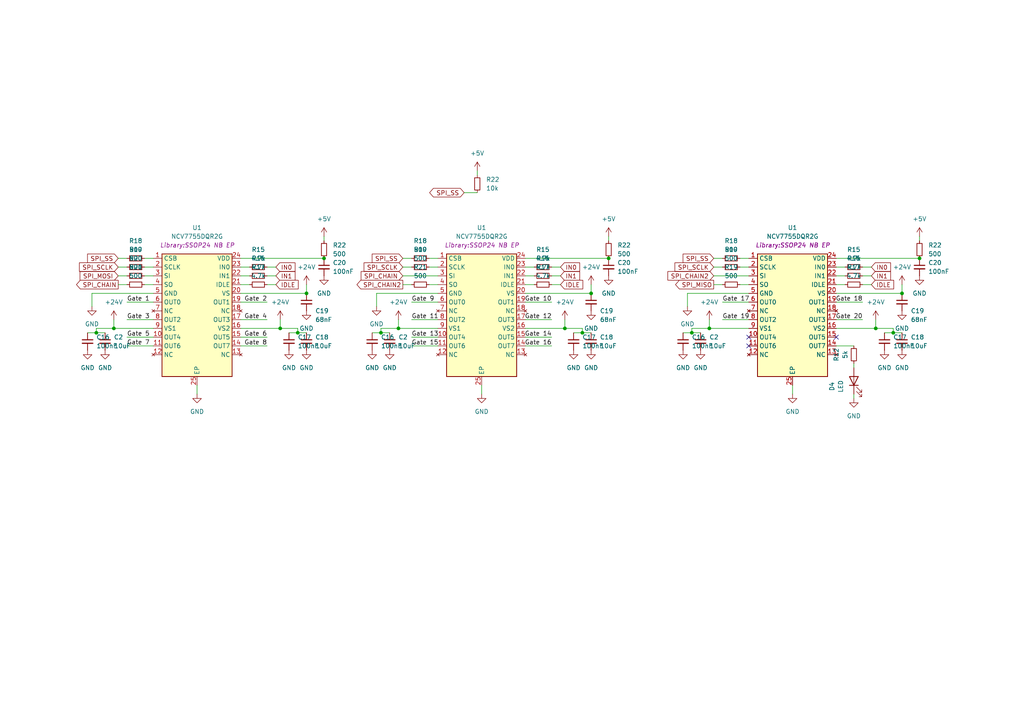
<source format=kicad_sch>
(kicad_sch (version 20230121) (generator eeschema)
  (paper "A4")
  (lib_symbols
    (symbol "Device:C_Small" (pin_numbers hide) (pin_names (offset 0.254) hide)
      (property "Reference" "C" (at 0.254 1.778 0))
      (property "Value" "C_Small" (at 0.254 -2.032 0))
      (symbol "C_Small_0_1"
        (polyline (pts (xy -1.524 -0.508) (xy 1.524 -0.508)) (stroke (width 0.3302)))
        (polyline (pts (xy -1.524 0.508) (xy 1.524 0.508)) (stroke (width 0.3048)))
      )
      (symbol "C_Small_1_1"
        (pin passive line (at 0 2.54 270) (length 2.032) (name "~") (number "1"))
        (pin passive line (at 0 -2.54 90) (length 2.032) (name "~") (number "2"))
      )
    )
    (symbol "Device:LED" (pin_numbers hide) (pin_names (offset 1.016) hide)
      (property "Reference" "D" (at 0 2.54 0))
      (property "Value" "LED" (at 0 -2.54 0))
      (symbol "LED_0_1"
        (polyline (pts (xy -1.27 -1.27) (xy -1.27 1.27)) (stroke (width 0.254)))
        (polyline (pts (xy -1.27 0) (xy 1.27 0)))
        (polyline (pts (xy 1.27 -1.27) (xy 1.27 1.27) (xy -1.27 0) (xy 1.27 -1.27)) (stroke (width 0.254)))
        (polyline (pts (xy -3.048 -0.762) (xy -4.572 -2.286) (xy -3.81 -2.286) (xy -4.572 -2.286) (xy -4.572 -1.524)))
        (polyline (pts (xy -1.778 -0.762) (xy -3.302 -2.286) (xy -2.54 -2.286) (xy -3.302 -2.286) (xy -3.302 -1.524)))
      )
      (symbol "LED_1_1"
        (pin passive line (at -3.81 0 0) (length 2.54) (name "K") (number "1"))
        (pin passive line (at 3.81 0 180) (length 2.54) (name "A") (number "2"))
      )
    )
    (symbol "Device:R_Small" (pin_numbers hide) (pin_names (offset 0.254) hide)
      (property "Reference" "R" (at 0.762 0.508 0))
      (property "Value" "R_Small" (at 0.762 -1.016 0))
      (symbol "R_Small_0_1"
        (rectangle (start -0.762 1.778) (end 0.762 -1.778) (stroke (width 0.2032)))
      )
      (symbol "R_Small_1_1"
        (pin passive line (at 0 2.54 270) (length 0.762) (name "~") (number "1"))
        (pin passive line (at 0 -2.54 90) (length 0.762) (name "~") (number "2"))
      )
    )
    (symbol "NCV7755:NCV7755DQR2G"
      (property "Reference" "U" (at 5.08 21.59 0))
      (property "Value" "NCV7755DQR2G" (at 5.08 19.05 0))
      (property "Footprint" "Library:SSOP24 NB EP" (at -1.27 3.81 0))
      (symbol "NCV7755DQR2G_0_1"
        (rectangle (start -10.16 16.51) (end 10.16 -19.05) (stroke (width 0.254)) (fill (type background)))
      )
      (symbol "NCV7755DQR2G_1_1"
        (pin input line (at -12.7 15.24 0) (length 2.54) (name "CSB") (number "1"))
        (pin output line (at -12.7 -7.62 0) (length 2.54) (name "OUT4") (number "10"))
        (pin output line (at -12.7 -10.16 0) (length 2.54) (name "OUT6") (number "11"))
        (pin no_connect line (at -12.7 -12.7 0) (length 2.54) (name "NC") (number "12"))
        (pin no_connect line (at 12.7 -12.7 180) (length 2.54) (name "NC") (number "13"))
        (pin output line (at 12.7 -10.16 180) (length 2.54) (name "OUT7") (number "14"))
        (pin output line (at 12.7 -7.62 180) (length 2.54) (name "OUT5") (number "15"))
        (pin power_in line (at 12.7 -5.08 180) (length 2.54) (name "VS2") (number "16"))
        (pin output line (at 12.7 -2.54 180) (length 2.54) (name "OUT3") (number "17"))
        (pin no_connect line (at 12.7 0 180) (length 2.54) (name "NC") (number "18"))
        (pin output line (at 12.7 2.54 180) (length 2.54) (name "OUT1") (number "19"))
        (pin input line (at -12.7 12.7 0) (length 2.54) (name "SCLK") (number "2"))
        (pin power_in line (at 12.7 5.08 180) (length 2.54) (name "VS") (number "20"))
        (pin input line (at 12.7 7.62 180) (length 2.54) (name "IDLE") (number "21"))
        (pin input line (at 12.7 10.16 180) (length 2.54) (name "IN1") (number "22"))
        (pin input line (at 12.7 12.7 180) (length 2.54) (name "IN0") (number "23"))
        (pin power_in line (at 12.7 15.24 180) (length 2.54) (name "VDD") (number "24"))
        (pin passive line (at 0 -21.59 90) (length 2.54) (name "EP") (number "25"))
        (pin input line (at -12.7 10.16 0) (length 2.54) (name "SI") (number "3"))
        (pin output line (at -12.7 7.62 0) (length 2.54) (name "SO") (number "4"))
        (pin passive line (at -12.7 5.08 0) (length 2.54) (name "GND") (number "5"))
        (pin output line (at -12.7 2.54 0) (length 2.54) (name "OUT0") (number "6"))
        (pin no_connect line (at -12.7 0 0) (length 2.54) (name "NC") (number "7"))
        (pin output line (at -12.7 -2.54 0) (length 2.54) (name "OUT2") (number "8"))
        (pin power_in line (at -12.7 -5.08 0) (length 2.54) (name "VS1") (number "9"))
      )
    )
    (symbol "power:+24V" (power) (pin_names (offset 0))
      (property "Value" "+24V" (at 0 3.556 0))
      (symbol "+24V_0_1"
        (polyline (pts (xy -0.762 1.27) (xy 0 2.54)))
        (polyline (pts (xy 0 0) (xy 0 2.54)))
        (polyline (pts (xy 0 2.54) (xy 0.762 1.27)))
      )
      (symbol "+24V_1_1"
        (pin power_in line (at 0 0 90) (length 0) hide (name "+24V") (number "1"))
      )
    )
    (symbol "power:+5V" (power) (pin_names (offset 0))
      (property "Value" "+5V" (at 0 3.556 0))
      (symbol "+5V_0_1"
        (polyline (pts (xy -0.762 1.27) (xy 0 2.54)))
        (polyline (pts (xy 0 0) (xy 0 2.54)))
        (polyline (pts (xy 0 2.54) (xy 0.762 1.27)))
      )
      (symbol "+5V_1_1"
        (pin power_in line (at 0 0 90) (length 0) hide (name "+5V") (number "1"))
      )
    )
    (symbol "power:GND" (power) (pin_names (offset 0))
      (property "Value" "GND" (at 0 -3.81 0))
      (symbol "GND_0_1"
        (polyline (pts (xy 0 0) (xy 0 -1.27) (xy 1.27 -1.27) (xy 0 -2.54) (xy -1.27 -1.27) (xy 0 -1.27)))
      )
      (symbol "GND_1_1"
        (pin power_in line (at 0 0 270) (length 0) hide (name "GND") (number "1"))
      )
    )
  )
  (junction (at 33.02 95.25))
  (junction (at 93.98 74.93))
  (junction (at 163.83 95.25))
  (junction (at 115.57 95.25))
  (junction (at 176.53 74.93))
  (junction (at 200.66 96.52))
  (junction (at 81.28 95.25))
  (junction (at 27.94 96.52))
  (junction (at 205.74 95.25))
  (junction (at 86.36 96.52))
  (junction (at 266.7 74.93))
  (junction (at 110.49 96.52))
  (junction (at 171.45 85.09))
  (junction (at 261.62 85.09))
  (junction (at 259.08 96.52))
  (junction (at 88.9 85.09))
  (junction (at 168.91 96.52))
  (junction (at 254 95.25))
  (no_connect (at 242.57 97.79))
  (no_connect (at 217.17 100.33))
  (no_connect (at 217.17 97.79))
  (wire (pts (xy 93.98 68.58) (xy 93.98 69.85)))
  (wire (pts (xy 69.85 74.93) (xy 93.98 74.93)))
  (wire (pts (xy 138.43 49.53) (xy 138.43 50.8)))
  (wire (pts (xy 259.08 95.25) (xy 259.08 96.52)))
  (wire (pts (xy 77.47 80.01) (xy 80.01 80.01)))
  (wire (pts (xy 124.46 74.93) (xy 127 74.93)))
  (wire (pts (xy 160.02 100.33) (xy 152.4 100.33)))
  (wire (pts (xy 83.82 96.52) (xy 86.36 96.52)))
  (wire (pts (xy 176.53 68.58) (xy 176.53 69.85)))
  (wire (pts (xy 242.57 85.09) (xy 261.62 85.09)))
  (wire (pts (xy 116.84 80.01) (xy 127 80.01)))
  (wire (pts (xy 27.94 95.25) (xy 33.02 95.25)))
  (wire (pts (xy 199.39 85.09) (xy 199.39 88.9)))
  (wire (pts (xy 214.63 82.55) (xy 217.17 82.55)))
  (wire (pts (xy 152.4 82.55) (xy 154.94 82.55)))
  (wire (pts (xy 119.38 97.79) (xy 127 97.79)))
  (wire (pts (xy 69.85 80.01) (xy 72.39 80.01)))
  (wire (pts (xy 119.38 92.71) (xy 127 92.71)))
  (wire (pts (xy 160.02 97.79) (xy 152.4 97.79)))
  (wire (pts (xy 26.67 85.09) (xy 44.45 85.09)))
  (wire (pts (xy 110.49 95.25) (xy 115.57 95.25)))
  (wire (pts (xy 200.66 95.25) (xy 205.74 95.25)))
  (wire (pts (xy 33.02 95.25) (xy 44.45 95.25)))
  (wire (pts (xy 77.47 77.47) (xy 80.01 77.47)))
  (wire (pts (xy 110.49 95.25) (xy 110.49 96.52)))
  (wire (pts (xy 247.65 114.3) (xy 247.65 115.57)))
  (wire (pts (xy 77.47 100.33) (xy 69.85 100.33)))
  (wire (pts (xy 41.91 80.01) (xy 44.45 80.01)))
  (wire (pts (xy 119.38 87.63) (xy 127 87.63)))
  (wire (pts (xy 261.62 82.55) (xy 261.62 85.09)))
  (wire (pts (xy 124.46 82.55) (xy 127 82.55)))
  (wire (pts (xy 214.63 74.93) (xy 217.17 74.93)))
  (wire (pts (xy 134.62 55.88) (xy 138.43 55.88)))
  (wire (pts (xy 41.91 82.55) (xy 44.45 82.55)))
  (wire (pts (xy 115.57 95.25) (xy 127 95.25)))
  (wire (pts (xy 200.66 95.25) (xy 200.66 96.52)))
  (wire (pts (xy 77.47 97.79) (xy 69.85 97.79)))
  (wire (pts (xy 110.49 96.52) (xy 113.03 96.52)))
  (wire (pts (xy 36.83 100.33) (xy 44.45 100.33)))
  (wire (pts (xy 214.63 77.47) (xy 217.17 77.47)))
  (wire (pts (xy 36.83 97.79) (xy 44.45 97.79)))
  (wire (pts (xy 77.47 82.55) (xy 80.01 82.55)))
  (wire (pts (xy 124.46 77.47) (xy 127 77.47)))
  (wire (pts (xy 242.57 95.25) (xy 254 95.25)))
  (wire (pts (xy 160.02 87.63) (xy 152.4 87.63)))
  (wire (pts (xy 69.85 77.47) (xy 72.39 77.47)))
  (wire (pts (xy 115.57 92.71) (xy 115.57 95.25)))
  (wire (pts (xy 160.02 82.55) (xy 162.56 82.55)))
  (wire (pts (xy 41.91 77.47) (xy 44.45 77.47)))
  (wire (pts (xy 160.02 80.01) (xy 162.56 80.01)))
  (wire (pts (xy 250.19 92.71) (xy 242.57 92.71)))
  (wire (pts (xy 27.94 95.25) (xy 27.94 96.52)))
  (wire (pts (xy 250.19 80.01) (xy 252.73 80.01)))
  (wire (pts (xy 207.01 74.93) (xy 209.55 74.93)))
  (wire (pts (xy 166.37 96.52) (xy 168.91 96.52)))
  (wire (pts (xy 207.01 77.47) (xy 209.55 77.47)))
  (wire (pts (xy 57.15 111.76) (xy 57.15 114.3)))
  (wire (pts (xy 34.29 77.47) (xy 36.83 77.47)))
  (wire (pts (xy 254 95.25) (xy 259.08 95.25)))
  (wire (pts (xy 250.19 87.63) (xy 242.57 87.63)))
  (wire (pts (xy 168.91 95.25) (xy 168.91 96.52)))
  (wire (pts (xy 242.57 80.01) (xy 245.11 80.01)))
  (wire (pts (xy 152.4 74.93) (xy 176.53 74.93)))
  (wire (pts (xy 254 92.71) (xy 254 95.25)))
  (wire (pts (xy 160.02 77.47) (xy 162.56 77.47)))
  (wire (pts (xy 256.54 96.52) (xy 259.08 96.52)))
  (wire (pts (xy 163.83 95.25) (xy 168.91 95.25)))
  (wire (pts (xy 26.67 85.09) (xy 26.67 88.9)))
  (wire (pts (xy 207.01 82.55) (xy 209.55 82.55)))
  (wire (pts (xy 171.45 82.55) (xy 171.45 85.09)))
  (wire (pts (xy 107.95 96.52) (xy 110.49 96.52)))
  (wire (pts (xy 259.08 96.52) (xy 261.62 96.52)))
  (wire (pts (xy 163.83 92.71) (xy 163.83 95.25)))
  (wire (pts (xy 139.7 111.76) (xy 139.7 114.3)))
  (wire (pts (xy 152.4 85.09) (xy 171.45 85.09)))
  (wire (pts (xy 205.74 95.25) (xy 217.17 95.25)))
  (wire (pts (xy 266.7 68.58) (xy 266.7 69.85)))
  (wire (pts (xy 242.57 74.93) (xy 266.7 74.93)))
  (wire (pts (xy 250.19 77.47) (xy 252.73 77.47)))
  (wire (pts (xy 88.9 82.55) (xy 88.9 85.09)))
  (wire (pts (xy 168.91 96.52) (xy 171.45 96.52)))
  (wire (pts (xy 207.01 80.01) (xy 217.17 80.01)))
  (wire (pts (xy 69.85 85.09) (xy 88.9 85.09)))
  (wire (pts (xy 242.57 82.55) (xy 245.11 82.55)))
  (wire (pts (xy 200.66 96.52) (xy 203.2 96.52)))
  (wire (pts (xy 152.4 80.01) (xy 154.94 80.01)))
  (wire (pts (xy 229.87 111.76) (xy 229.87 114.3)))
  (wire (pts (xy 116.84 82.55) (xy 119.38 82.55)))
  (wire (pts (xy 69.85 82.55) (xy 72.39 82.55)))
  (wire (pts (xy 27.94 96.52) (xy 30.48 96.52)))
  (wire (pts (xy 109.22 85.09) (xy 127 85.09)))
  (wire (pts (xy 242.57 77.47) (xy 245.11 77.47)))
  (wire (pts (xy 116.84 74.93) (xy 119.38 74.93)))
  (wire (pts (xy 209.55 87.63) (xy 217.17 87.63)))
  (wire (pts (xy 25.4 96.52) (xy 27.94 96.52)))
  (wire (pts (xy 119.38 100.33) (xy 127 100.33)))
  (wire (pts (xy 81.28 92.71) (xy 81.28 95.25)))
  (wire (pts (xy 69.85 95.25) (xy 81.28 95.25)))
  (wire (pts (xy 34.29 74.93) (xy 36.83 74.93)))
  (wire (pts (xy 152.4 95.25) (xy 163.83 95.25)))
  (wire (pts (xy 198.12 96.52) (xy 200.66 96.52)))
  (wire (pts (xy 242.57 100.33) (xy 247.65 100.33)))
  (wire (pts (xy 36.83 87.63) (xy 44.45 87.63)))
  (wire (pts (xy 77.47 92.71) (xy 69.85 92.71)))
  (wire (pts (xy 34.29 80.01) (xy 36.83 80.01)))
  (wire (pts (xy 41.91 74.93) (xy 44.45 74.93)))
  (wire (pts (xy 81.28 95.25) (xy 86.36 95.25)))
  (wire (pts (xy 77.47 87.63) (xy 69.85 87.63)))
  (wire (pts (xy 36.83 92.71) (xy 44.45 92.71)))
  (wire (pts (xy 116.84 77.47) (xy 119.38 77.47)))
  (wire (pts (xy 160.02 92.71) (xy 152.4 92.71)))
  (wire (pts (xy 34.29 82.55) (xy 36.83 82.55)))
  (wire (pts (xy 247.65 106.68) (xy 247.65 105.41)))
  (wire (pts (xy 109.22 85.09) (xy 109.22 88.9)))
  (wire (pts (xy 205.74 92.71) (xy 205.74 95.25)))
  (wire (pts (xy 152.4 77.47) (xy 154.94 77.47)))
  (wire (pts (xy 199.39 85.09) (xy 217.17 85.09)))
  (wire (pts (xy 33.02 92.71) (xy 33.02 95.25)))
  (wire (pts (xy 250.19 82.55) (xy 252.73 82.55)))
  (wire (pts (xy 86.36 95.25) (xy 86.36 96.52)))
  (wire (pts (xy 209.55 92.71) (xy 217.17 92.71)))
  (wire (pts (xy 86.36 96.52) (xy 88.9 96.52)))
  (label "Gate 20" (at 250.19 92.71 180))
  (label "Gate 1" (at 36.83 87.63 0))
  (label "Gate 14" (at 160.02 97.79 180))
  (label "Gate 15" (at 119.38 100.33 0))
  (label "Gate 8" (at 77.47 100.33 180))
  (label "Gate 18" (at 250.19 87.63 180))
  (label "Gate 17" (at 209.55 87.63 0))
  (label "Gate 10" (at 160.02 87.63 180))
  (label "Gate 4" (at 77.47 92.71 180))
  (label "Gate 5" (at 36.83 97.79 0))
  (label "Gate 11" (at 119.38 92.71 0))
  (label "Gate 12" (at 160.02 92.71 180))
  (label "Gate 3" (at 36.83 92.71 0))
  (label "Gate 9" (at 119.38 87.63 0))
  (label "Gate 2" (at 77.47 87.63 180))
  (label "Gate 7" (at 36.83 100.33 0))
  (label "Gate 6" (at 77.47 97.79 180))
  (label "Gate 19" (at 209.55 92.71 0))
  (label "Gate 13" (at 119.38 97.79 0))
  (label "Gate 16" (at 160.02 100.33 180))
  (global_label "IN1" (shape input) (at 80.01 80.01 0) (property "Intersheetrefs" "${INTERSHEET_REFS}" (effects hide)))
  (global_label "SPI_SS" (shape input) (at 207.01 74.93 180) (property "Intersheetrefs" "${INTERSHEET_REFS}" (effects hide)))
  (global_label "IN1" (shape input) (at 252.73 80.01 0) (property "Intersheetrefs" "${INTERSHEET_REFS}" (effects hide)))
  (global_label "IN0" (shape input) (at 252.73 77.47 0) (property "Intersheetrefs" "${INTERSHEET_REFS}" (effects hide)))
  (global_label "SPI_CHAIN" (shape input) (at 116.84 80.01 180) (property "Intersheetrefs" "${INTERSHEET_REFS}" (effects hide)))
  (global_label "SPI_SS" (shape bidirectional) (at 134.62 55.88 180) (property "Intersheetrefs" "${INTERSHEET_REFS}" (effects hide)))
  (global_label "SPI_MOSI" (shape input) (at 34.29 80.01 180) (property "Intersheetrefs" "${INTERSHEET_REFS}" (effects hide)))
  (global_label "SPI_SS" (shape input) (at 34.29 74.93 180) (property "Intersheetrefs" "${INTERSHEET_REFS}" (effects hide)))
  (global_label "IN1" (shape input) (at 162.56 80.01 0) (property "Intersheetrefs" "${INTERSHEET_REFS}" (effects hide)))
  (global_label "SPI_SS" (shape input) (at 116.84 74.93 180) (property "Intersheetrefs" "${INTERSHEET_REFS}" (effects hide)))
  (global_label "IDLE" (shape input) (at 80.01 82.55 0) (property "Intersheetrefs" "${INTERSHEET_REFS}" (effects hide)))
  (global_label "IN0" (shape input) (at 162.56 77.47 0) (property "Intersheetrefs" "${INTERSHEET_REFS}" (effects hide)))
  (global_label "SPI_CHAIN2" (shape input) (at 207.01 80.01 180) (property "Intersheetrefs" "${INTERSHEET_REFS}" (effects hide)))
  (global_label "SPI_SCLK" (shape input) (at 116.84 77.47 180) (property "Intersheetrefs" "${INTERSHEET_REFS}" (effects hide)))
  (global_label "IN0" (shape input) (at 80.01 77.47 0) (property "Intersheetrefs" "${INTERSHEET_REFS}" (effects hide)))
  (global_label "SPI_SCLK" (shape input) (at 34.29 77.47 180) (property "Intersheetrefs" "${INTERSHEET_REFS}" (effects hide)))
  (global_label "SPI_CHAIN2" (shape output) (at 116.84 82.55 180) (property "Intersheetrefs" "${INTERSHEET_REFS}" (effects hide)))
  (global_label "IDLE" (shape input) (at 252.73 82.55 0) (property "Intersheetrefs" "${INTERSHEET_REFS}" (effects hide)))
  (global_label "SPI_MISO" (shape output) (at 207.01 82.55 180) (property "Intersheetrefs" "${INTERSHEET_REFS}" (effects hide)))
  (global_label "SPI_SCLK" (shape input) (at 207.01 77.47 180) (property "Intersheetrefs" "${INTERSHEET_REFS}" (effects hide)))
  (global_label "IDLE" (shape input) (at 162.56 82.55 0) (property "Intersheetrefs" "${INTERSHEET_REFS}" (effects hide)))
  (global_label "SPI_CHAIN" (shape output) (at 34.29 82.55 180) (property "Intersheetrefs" "${INTERSHEET_REFS}" (effects hide)))
  (symbol (lib_id "Device:C_Small") (at 166.37 99.06 0) (unit 1)
    (property "Reference" "C17" (at 168.91 97.7963 0) (effects (justify left)))
    (property "Value" "100nF" (at 168.91 100.3363 0) (effects (justify left)))
    (property "Footprint" "Capacitor_SMD:C_0805_2012Metric_Pad1.18x1.45mm_HandSolder" (effects hide))
    (instances (project "Resistor Bank Control Board" (path "" (reference "C17") (unit 1)) (path "" (reference "C20") (unit 1))))
  )
  (symbol (lib_id "Device:R_Small") (at 39.37 74.93 90) (unit 1)
    (property "Reference" "R18" (at 39.37 69.85 90))
    (property "Value" "500" (at 39.37 72.39 90))
    (property "Footprint" "Resistor_SMD:R_0805_2012Metric_Pad1.20x1.40mm_HandSolder" (effects hide))
    (instances (project "Resistor Bank Control Board" (path "" (reference "R18") (unit 1)) (path "" (reference "R15") (unit 1))))
  )
  (symbol (lib_id "power:GND") (at 203.2 101.6 0) (unit 1)
    (property "Reference" "#PWR028" (effects hide))
    (property "Value" "GND" (at 203.2 106.68 0))
    (instances (project "Resistor Bank Control Board" (path "" (reference "#PWR028") (unit 1)) (path "" (reference "#PWR083") (unit 1))))
  )
  (symbol (lib_id "power:GND") (at 171.45 101.6 0) (unit 1)
    (property "Reference" "#PWR077" (effects hide))
    (property "Value" "GND" (at 171.45 106.68 0))
    (instances (project "Resistor Bank Control Board" (path "" (reference "#PWR077") (unit 1)) (path "" (reference "#PWR078") (unit 1))))
  )
  (symbol (lib_id "power:GND") (at 261.62 90.17 0) (unit 1)
    (property "Reference" "#PWR079" (effects hide))
    (property "Value" "GND" (at 261.62 95.25 0))
    (instances (project "Resistor Bank Control Board" (path "" (reference "#PWR079") (unit 1)) (path "" (reference "#PWR089") (unit 1))))
  )
  (symbol (lib_id "power:GND") (at 266.7 80.01 0) (unit 1)
    (property "Reference" "#PWR082" (effects hide))
    (property "Value" "GND" (at 266.7 85.09 0))
    (instances (project "Resistor Bank Control Board" (path "" (reference "#PWR082") (unit 1)) (path "" (reference "#PWR092") (unit 1))))
  )
  (symbol (lib_id "NCV7755:NCV7755DQR2G") (at 57.15 90.17 0) (unit 1)
    (property "Reference" "U1" (at 57.15 66.04 0))
    (property "Value" "NCV7755DQR2G" (at 57.15 68.58 0))
    (property "Footprint" "Library:SSOP24 NB EP" (at 57.15 71.12 0) (effects (font italic)))
    (property "Datasheet" "https://www.mouser.com/datasheet/2/308/1/NCV7755_D-3150259.pdf" (effects hide))
  )
  (symbol (lib_id "Device:R_Small") (at 266.7 72.39 180) (unit 1)
    (property "Reference" "R22" (at 269.24 71.12 0) (effects (justify right)))
    (property "Value" "500" (at 269.24 73.66 0) (effects (justify right)))
    (property "Footprint" "Resistor_SMD:R_0805_2012Metric_Pad1.20x1.40mm_HandSolder" (effects hide))
    (instances (project "Resistor Bank Control Board" (path "" (reference "R22") (unit 1)) (path "" (reference "R38") (unit 1))))
  )
  (symbol (lib_id "power:GND") (at 88.9 90.17 0) (unit 1)
    (property "Reference" "#PWR079" (effects hide))
    (property "Value" "GND" (at 88.9 95.25 0))
    (instances (project "Resistor Bank Control Board" (path "" (reference "#PWR079") (unit 1)) (path "" (reference "#PWR029") (unit 1))))
  )
  (symbol (lib_id "power:+24V") (at 115.57 92.71 0) (unit 1)
    (property "Reference" "#PWR027" (effects hide))
    (property "Value" "+24V" (at 115.57 87.63 0))
    (instances (project "Resistor Bank Control Board" (path "" (reference "#PWR027") (unit 1)) (path "" (reference "#PWR036") (unit 1))))
  )
  (symbol (lib_id "Device:C_Small") (at 266.7 77.47 0) (unit 1)
    (property "Reference" "C20" (at 269.24 76.2063 0) (effects (justify left)))
    (property "Value" "100nF" (at 269.24 78.7463 0) (effects (justify left)))
    (property "Footprint" "Capacitor_SMD:C_0805_2012Metric_Pad1.18x1.45mm_HandSolder" (effects hide))
    (instances (project "Resistor Bank Control Board" (path "" (reference "C20") (unit 1)) (path "" (reference "C29") (unit 1))))
  )
  (symbol (lib_id "power:GND") (at 113.03 101.6 0) (unit 1)
    (property "Reference" "#PWR028" (effects hide))
    (property "Value" "GND" (at 113.03 106.68 0))
    (instances (project "Resistor Bank Control Board" (path "" (reference "#PWR028") (unit 1)) (path "" (reference "#PWR035") (unit 1))))
  )
  (symbol (lib_id "Device:C_Small") (at 88.9 99.06 0) (unit 1)
    (property "Reference" "C18" (at 91.44 97.7963 0) (effects (justify left)))
    (property "Value" "10uF" (at 91.44 100.3363 0) (effects (justify left)))
    (property "Footprint" "Capacitor_SMD:C_0805_2012Metric_Pad1.18x1.45mm_HandSolder" (effects hide))
    (instances (project "Resistor Bank Control Board" (path "" (reference "C18") (unit 1)) (path "" (reference "C16") (unit 1))))
  )
  (symbol (lib_id "Device:C_Small") (at 261.62 87.63 0) (unit 1)
    (property "Reference" "C19" (at 264.16 90.17 0) (effects (justify left)))
    (property "Value" "68nF" (at 264.16 92.71 0) (effects (justify left)))
    (property "Footprint" "Capacitor_SMD:C_0805_2012Metric_Pad1.18x1.45mm_HandSolder" (effects hide))
    (instances (project "Resistor Bank Control Board" (path "" (reference "C19") (unit 1)) (path "" (reference "C27") (unit 1))))
  )
  (symbol (lib_id "Device:R_Small") (at 39.37 80.01 90) (unit 1)
    (property "Reference" "R20" (at 39.37 74.93 90))
    (property "Value" "500" (at 39.37 77.47 90))
    (property "Footprint" "Resistor_SMD:R_0805_2012Metric_Pad1.20x1.40mm_HandSolder" (effects hide))
    (instances (project "Resistor Bank Control Board" (path "" (reference "R20") (unit 1)) (path "" (reference "R17") (unit 1))))
  )
  (symbol (lib_id "power:GND") (at 171.45 90.17 0) (unit 1)
    (property "Reference" "#PWR079" (effects hide))
    (property "Value" "GND" (at 171.45 95.25 0))
    (instances (project "Resistor Bank Control Board" (path "" (reference "#PWR079") (unit 1)) (path "" (reference "#PWR077") (unit 1))))
  )
  (symbol (lib_id "Device:LED") (at 247.65 110.49 90) (unit 1)
    (property "Reference" "D4" (at 241.3 112.0775 0))
    (property "Value" "LED" (at 243.84 112.0775 0))
    (property "Footprint" "LED_SMD:LED_0805_2012Metric_Pad1.15x1.40mm_HandSolder" (effects hide))
    (instances (project "Resistor Bank Control Board" (path "" (reference "D4") (unit 1)) (path "" (reference "D4") (unit 1)) (path "" (reference "D5") (unit 1))))
  )
  (symbol (lib_id "power:+5V") (at 138.43 49.53 0) (unit 1)
    (property "Reference" "#PWR083" (effects hide))
    (property "Value" "+5V" (at 138.43 44.45 0))
    (instances (project "Resistor Bank Control Board" (path "" (reference "#PWR083") (unit 1)) (path "" (reference "#PWR094") (unit 1))))
  )
  (symbol (lib_id "Device:R_Small") (at 212.09 82.55 90) (unit 1)
    (property "Reference" "R19" (at 212.09 77.47 90))
    (property "Value" "500" (at 212.09 80.01 90))
    (property "Footprint" "Resistor_SMD:R_0805_2012Metric_Pad1.20x1.40mm_HandSolder" (effects hide))
    (instances (project "Resistor Bank Control Board" (path "" (reference "R19") (unit 1)) (path "" (reference "R26") (unit 1))))
  )
  (symbol (lib_id "Device:R_Small") (at 138.43 53.34 180) (unit 1)
    (property "Reference" "R22" (at 140.97 52.07 0) (effects (justify right)))
    (property "Value" "10k" (at 140.97 54.61 0) (effects (justify right)))
    (property "Footprint" "Resistor_SMD:R_0805_2012Metric_Pad1.20x1.40mm_HandSolder" (effects hide))
    (instances (project "Resistor Bank Control Board" (path "" (reference "R22") (unit 1)) (path "" (reference "R34") (unit 1))))
  )
  (symbol (lib_id "Device:C_Small") (at 25.4 99.06 0) (unit 1)
    (property "Reference" "C16" (at 27.94 97.7963 0) (effects (justify left)))
    (property "Value" "100nF" (at 27.94 100.3363 0) (effects (justify left)))
    (property "Footprint" "Capacitor_SMD:C_0805_2012Metric_Pad1.18x1.45mm_HandSolder" (effects hide))
    (instances (project "Resistor Bank Control Board" (path "" (reference "C16") (unit 1)) (path "" (reference "C1") (unit 1))))
  )
  (symbol (lib_id "Device:C_Small") (at 171.45 87.63 0) (unit 1)
    (property "Reference" "C19" (at 173.99 90.17 0) (effects (justify left)))
    (property "Value" "68nF" (at 173.99 92.71 0) (effects (justify left)))
    (property "Footprint" "Capacitor_SMD:C_0805_2012Metric_Pad1.18x1.45mm_HandSolder" (effects hide))
    (instances (project "Resistor Bank Control Board" (path "" (reference "C19") (unit 1)) (path "" (reference "C21") (unit 1))))
  )
  (symbol (lib_id "power:GND") (at 93.98 80.01 0) (unit 1)
    (property "Reference" "#PWR082" (effects hide))
    (property "Value" "GND" (at 93.98 85.09 0))
    (instances (project "Resistor Bank Control Board" (path "" (reference "#PWR082") (unit 1)) (path "" (reference "#PWR032") (unit 1))))
  )
  (symbol (lib_id "power:GND") (at 256.54 101.6 0) (unit 1)
    (property "Reference" "#PWR076" (effects hide))
    (property "Value" "GND" (at 256.54 106.68 0))
    (instances (project "Resistor Bank Control Board" (path "" (reference "#PWR076") (unit 1)) (path "" (reference "#PWR087") (unit 1))))
  )
  (symbol (lib_id "Device:C_Small") (at 107.95 99.06 0) (unit 1)
    (property "Reference" "C16" (at 110.49 97.7963 0) (effects (justify left)))
    (property "Value" "100nF" (at 110.49 100.3363 0) (effects (justify left)))
    (property "Footprint" "Capacitor_SMD:C_0805_2012Metric_Pad1.18x1.45mm_HandSolder" (effects hide))
    (instances (project "Resistor Bank Control Board" (path "" (reference "C16") (unit 1)) (path "" (reference "C18") (unit 1))))
  )
  (symbol (lib_id "Device:R_Small") (at 176.53 72.39 180) (unit 1)
    (property "Reference" "R22" (at 179.07 71.12 0) (effects (justify right)))
    (property "Value" "500" (at 179.07 73.66 0) (effects (justify right)))
    (property "Footprint" "Resistor_SMD:R_0805_2012Metric_Pad1.20x1.40mm_HandSolder" (effects hide))
    (instances (project "Resistor Bank Control Board" (path "" (reference "R22") (unit 1)) (path "" (reference "R30") (unit 1))))
  )
  (symbol (lib_id "Device:C_Small") (at 261.62 99.06 0) (unit 1)
    (property "Reference" "C18" (at 264.16 97.7963 0) (effects (justify left)))
    (property "Value" "10uF" (at 264.16 100.3363 0) (effects (justify left)))
    (property "Footprint" "Capacitor_SMD:C_0805_2012Metric_Pad1.18x1.45mm_HandSolder" (effects hide))
    (instances (project "Resistor Bank Control Board" (path "" (reference "C18") (unit 1)) (path "" (reference "C28") (unit 1))))
  )
  (symbol (lib_id "power:+24V") (at 205.74 92.71 0) (unit 1)
    (property "Reference" "#PWR027" (effects hide))
    (property "Value" "+24V" (at 205.74 87.63 0))
    (instances (project "Resistor Bank Control Board" (path "" (reference "#PWR027") (unit 1)) (path "" (reference "#PWR084") (unit 1))))
  )
  (symbol (lib_id "NCV7755:NCV7755DQR2G") (at 139.7 90.17 0) (unit 1)
    (property "Reference" "U1" (at 139.7 66.04 0))
    (property "Value" "NCV7755DQR2G" (at 139.7 68.58 0))
    (property "Footprint" "Library:SSOP24 NB EP" (at 139.7 71.12 0) (effects (font italic)))
    (property "Datasheet" "https://www.mouser.com/datasheet/2/308/1/NCV7755_D-3150259.pdf" (effects hide))
    (instances (project "Resistor Bank Control Board" (path "" (reference "U1") (unit 1)) (path "" (reference "U2") (unit 1))))
  )
  (symbol (lib_id "power:GND") (at 166.37 101.6 0) (unit 1)
    (property "Reference" "#PWR076" (effects hide))
    (property "Value" "GND" (at 166.37 106.68 0))
    (instances (project "Resistor Bank Control Board" (path "" (reference "#PWR076") (unit 1)) (path "" (reference "#PWR075") (unit 1))))
  )
  (symbol (lib_id "Device:R_Small") (at 157.48 77.47 90) (unit 1)
    (property "Reference" "R15" (at 157.48 72.39 90))
    (property "Value" "4.7k" (at 157.48 74.93 90))
    (property "Footprint" "Resistor_SMD:R_0805_2012Metric_Pad1.20x1.40mm_HandSolder" (effects hide))
    (instances (project "Resistor Bank Control Board" (path "" (reference "R15") (unit 1)) (path "" (reference "R27") (unit 1))))
  )
  (symbol (lib_id "Device:C_Small") (at 198.12 99.06 0) (unit 1)
    (property "Reference" "C16" (at 200.66 97.7963 0) (effects (justify left)))
    (property "Value" "100nF" (at 200.66 100.3363 0) (effects (justify left)))
    (property "Footprint" "Capacitor_SMD:C_0805_2012Metric_Pad1.18x1.45mm_HandSolder" (effects hide))
    (instances (project "Resistor Bank Control Board" (path "" (reference "C16") (unit 1)) (path "" (reference "C24") (unit 1))))
  )
  (symbol (lib_id "Device:R_Small") (at 247.65 77.47 90) (unit 1)
    (property "Reference" "R15" (at 247.65 72.39 90))
    (property "Value" "4.7k" (at 247.65 74.93 90))
    (property "Footprint" "Resistor_SMD:R_0805_2012Metric_Pad1.20x1.40mm_HandSolder" (effects hide))
    (instances (project "Resistor Bank Control Board" (path "" (reference "R15") (unit 1)) (path "" (reference "R35") (unit 1))))
  )
  (symbol (lib_id "Device:R_Small") (at 74.93 80.01 90) (unit 1)
    (property "Reference" "R16" (at 74.93 74.93 90))
    (property "Value" "4.7k" (at 74.93 77.47 90))
    (property "Footprint" "Resistor_SMD:R_0805_2012Metric_Pad1.20x1.40mm_HandSolder" (effects hide))
    (instances (project "Resistor Bank Control Board" (path "" (reference "R16") (unit 1)) (path "" (reference "R20") (unit 1))))
  )
  (symbol (lib_id "Device:C_Small") (at 88.9 87.63 0) (unit 1)
    (property "Reference" "C19" (at 91.44 90.17 0) (effects (justify left)))
    (property "Value" "68nF" (at 91.44 92.71 0) (effects (justify left)))
    (property "Footprint" "Capacitor_SMD:C_0805_2012Metric_Pad1.18x1.45mm_HandSolder" (effects hide))
    (instances (project "Resistor Bank Control Board" (path "" (reference "C19") (unit 1)) (path "" (reference "C15") (unit 1))))
  )
  (symbol (lib_id "power:GND") (at 109.22 88.9 0) (unit 1)
    (property "Reference" "#PWR081" (effects hide))
    (property "Value" "GND" (at 109.22 93.98 0))
    (instances (project "Resistor Bank Control Board" (path "" (reference "#PWR081") (unit 1)) (path "" (reference "#PWR034") (unit 1))))
  )
  (symbol (lib_id "power:GND") (at 25.4 101.6 0) (unit 1)
    (property "Reference" "#PWR034" (effects hide))
    (property "Value" "GND" (at 25.4 106.68 0))
    (instances (project "Resistor Bank Control Board" (path "" (reference "#PWR034") (unit 1)) (path "" (reference "#PWR021") (unit 1))))
  )
  (symbol (lib_id "Device:C_Small") (at 171.45 99.06 0) (unit 1)
    (property "Reference" "C18" (at 173.99 97.7963 0) (effects (justify left)))
    (property "Value" "10uF" (at 173.99 100.3363 0) (effects (justify left)))
    (property "Footprint" "Capacitor_SMD:C_0805_2012Metric_Pad1.18x1.45mm_HandSolder" (effects hide))
    (instances (project "Resistor Bank Control Board" (path "" (reference "C18") (unit 1)) (path "" (reference "C22") (unit 1))))
  )
  (symbol (lib_id "power:+24V") (at 33.02 92.71 0) (unit 1)
    (property "Reference" "#PWR027" (effects hide))
    (property "Value" "+24V" (at 33.02 87.63 0))
    (instances (project "Resistor Bank Control Board" (path "" (reference "#PWR027") (unit 1)) (path "" (reference "#PWR024") (unit 1))))
  )
  (symbol (lib_id "Device:R_Small") (at 93.98 72.39 180) (unit 1)
    (property "Reference" "R22" (at 96.52 71.12 0) (effects (justify right)))
    (property "Value" "500" (at 96.52 73.66 0) (effects (justify right)))
    (property "Footprint" "Resistor_SMD:R_0805_2012Metric_Pad1.20x1.40mm_HandSolder" (effects hide))
  )
  (symbol (lib_id "power:+24V") (at 163.83 92.71 0) (unit 1)
    (property "Reference" "#PWR078" (effects hide))
    (property "Value" "+24V" (at 163.83 87.63 0))
    (instances (project "Resistor Bank Control Board" (path "" (reference "#PWR078") (unit 1)) (path "" (reference "#PWR070") (unit 1))))
  )
  (symbol (lib_id "power:GND") (at 26.67 88.9 0) (unit 1)
    (property "Reference" "#PWR081" (effects hide))
    (property "Value" "GND" (at 26.67 93.98 0))
    (instances (project "Resistor Bank Control Board" (path "" (reference "#PWR081") (unit 1)) (path "" (reference "#PWR022") (unit 1))))
  )
  (symbol (lib_id "Device:R_Small") (at 121.92 82.55 90) (unit 1)
    (property "Reference" "R21" (at 121.92 77.47 90))
    (property "Value" "500" (at 121.92 80.01 90))
    (property "Footprint" "Resistor_SMD:R_0805_2012Metric_Pad1.20x1.40mm_HandSolder" (effects hide))
    (instances (project "Resistor Bank Control Board" (path "" (reference "R21") (unit 1)) (path "" (reference "R25") (unit 1))))
  )
  (symbol (lib_id "power:+24V") (at 88.9 82.55 0) (unit 1)
    (property "Reference" "#PWR080" (effects hide))
    (property "Value" "+24V" (at 88.9 77.47 0))
    (instances (project "Resistor Bank Control Board" (path "" (reference "#PWR080") (unit 1)) (path "" (reference "#PWR028") (unit 1))))
  )
  (symbol (lib_id "Device:R_Small") (at 74.93 77.47 90) (unit 1)
    (property "Reference" "R15" (at 74.93 72.39 90))
    (property "Value" "4.7k" (at 74.93 74.93 90))
    (property "Footprint" "Resistor_SMD:R_0805_2012Metric_Pad1.20x1.40mm_HandSolder" (effects hide))
    (instances (project "Resistor Bank Control Board" (path "" (reference "R15") (unit 1)) (path "" (reference "R19") (unit 1))))
  )
  (symbol (lib_id "Device:R_Small") (at 212.09 77.47 90) (unit 1)
    (property "Reference" "R19" (at 212.09 72.39 90))
    (property "Value" "500" (at 212.09 74.93 90))
    (property "Footprint" "Resistor_SMD:R_0805_2012Metric_Pad1.20x1.40mm_HandSolder" (effects hide))
    (instances (project "Resistor Bank Control Board" (path "" (reference "R19") (unit 1)) (path "" (reference "R32") (unit 1))))
  )
  (symbol (lib_id "Device:C_Small") (at 176.53 77.47 0) (unit 1)
    (property "Reference" "C20" (at 179.07 76.2063 0) (effects (justify left)))
    (property "Value" "100nF" (at 179.07 78.7463 0) (effects (justify left)))
    (property "Footprint" "Capacitor_SMD:C_0805_2012Metric_Pad1.18x1.45mm_HandSolder" (effects hide))
    (instances (project "Resistor Bank Control Board" (path "" (reference "C20") (unit 1)) (path "" (reference "C23") (unit 1))))
  )
  (symbol (lib_id "power:+5V") (at 93.98 68.58 0) (unit 1)
    (property "Reference" "#PWR083" (effects hide))
    (property "Value" "+5V" (at 93.98 63.5 0))
    (instances (project "Resistor Bank Control Board" (path "" (reference "#PWR083") (unit 1)) (path "" (reference "#PWR031") (unit 1))))
  )
  (symbol (lib_id "power:GND") (at 198.12 101.6 0) (unit 1)
    (property "Reference" "#PWR034" (effects hide))
    (property "Value" "GND" (at 198.12 106.68 0))
    (instances (project "Resistor Bank Control Board" (path "" (reference "#PWR034") (unit 1)) (path "" (reference "#PWR081") (unit 1))))
  )
  (symbol (lib_id "Device:C_Small") (at 113.03 99.06 0) (unit 1)
    (property "Reference" "C2" (at 115.57 97.7963 0) (effects (justify left)))
    (property "Value" "10uF" (at 115.57 100.3363 0) (effects (justify left)))
    (property "Footprint" "Capacitor_SMD:C_0805_2012Metric_Pad1.18x1.45mm_HandSolder" (effects hide))
    (instances (project "Resistor Bank Control Board" (path "" (reference "C2") (unit 1)) (path "" (reference "C19") (unit 1))))
  )
  (symbol (lib_id "Device:R_Small") (at 121.92 77.47 90) (unit 1)
    (property "Reference" "R19" (at 121.92 72.39 90))
    (property "Value" "500" (at 121.92 74.93 90))
    (property "Footprint" "Resistor_SMD:R_0805_2012Metric_Pad1.20x1.40mm_HandSolder" (effects hide))
    (instances (project "Resistor Bank Control Board" (path "" (reference "R19") (unit 1)) (path "" (reference "R24") (unit 1))))
  )
  (symbol (lib_id "power:GND") (at 88.9 101.6 0) (unit 1)
    (property "Reference" "#PWR077" (effects hide))
    (property "Value" "GND" (at 88.9 106.68 0))
    (instances (project "Resistor Bank Control Board" (path "" (reference "#PWR077") (unit 1)) (path "" (reference "#PWR030") (unit 1))))
  )
  (symbol (lib_id "power:GND") (at 261.62 101.6 0) (unit 1)
    (property "Reference" "#PWR077" (effects hide))
    (property "Value" "GND" (at 261.62 106.68 0))
    (instances (project "Resistor Bank Control Board" (path "" (reference "#PWR077") (unit 1)) (path "" (reference "#PWR090") (unit 1))))
  )
  (symbol (lib_id "Device:R_Small") (at 212.09 74.93 90) (unit 1)
    (property "Reference" "R18" (at 212.09 69.85 90))
    (property "Value" "500" (at 212.09 72.39 90))
    (property "Footprint" "Resistor_SMD:R_0805_2012Metric_Pad1.20x1.40mm_HandSolder" (effects hide))
    (instances (project "Resistor Bank Control Board" (path "" (reference "R18") (unit 1)) (path "" (reference "R31") (unit 1))))
  )
  (symbol (lib_id "power:+24V") (at 261.62 82.55 0) (unit 1)
    (property "Reference" "#PWR080" (effects hide))
    (property "Value" "+24V" (at 261.62 77.47 0))
    (instances (project "Resistor Bank Control Board" (path "" (reference "#PWR080") (unit 1)) (path "" (reference "#PWR088") (unit 1))))
  )
  (symbol (lib_id "Device:C_Small") (at 256.54 99.06 0) (unit 1)
    (property "Reference" "C17" (at 259.08 97.7963 0) (effects (justify left)))
    (property "Value" "100nF" (at 259.08 100.3363 0) (effects (justify left)))
    (property "Footprint" "Capacitor_SMD:C_0805_2012Metric_Pad1.18x1.45mm_HandSolder" (effects hide))
    (instances (project "Resistor Bank Control Board" (path "" (reference "C17") (unit 1)) (path "" (reference "C26") (unit 1))))
  )
  (symbol (lib_id "Device:R_Small") (at 247.65 80.01 90) (unit 1)
    (property "Reference" "R16" (at 247.65 74.93 90))
    (property "Value" "4.7k" (at 247.65 77.47 90))
    (property "Footprint" "Resistor_SMD:R_0805_2012Metric_Pad1.20x1.40mm_HandSolder" (effects hide))
    (instances (project "Resistor Bank Control Board" (path "" (reference "R16") (unit 1)) (path "" (reference "R36") (unit 1))))
  )
  (symbol (lib_id "Device:C_Small") (at 30.48 99.06 0) (unit 1)
    (property "Reference" "C2" (at 33.02 97.7963 0) (effects (justify left)))
    (property "Value" "10uF" (at 33.02 100.3363 0) (effects (justify left)))
    (property "Footprint" "Capacitor_SMD:C_0805_2012Metric_Pad1.18x1.45mm_HandSolder" (effects hide))
  )
  (symbol (lib_id "power:+5V") (at 266.7 68.58 0) (unit 1)
    (property "Reference" "#PWR083" (effects hide))
    (property "Value" "+5V" (at 266.7 63.5 0))
    (instances (project "Resistor Bank Control Board" (path "" (reference "#PWR083") (unit 1)) (path "" (reference "#PWR091") (unit 1))))
  )
  (symbol (lib_id "power:+24V") (at 171.45 82.55 0) (unit 1)
    (property "Reference" "#PWR080" (effects hide))
    (property "Value" "+24V" (at 171.45 77.47 0))
    (instances (project "Resistor Bank Control Board" (path "" (reference "#PWR080") (unit 1)) (path "" (reference "#PWR076") (unit 1))))
  )
  (symbol (lib_id "Device:R_Small") (at 247.65 82.55 90) (unit 1)
    (property "Reference" "R17" (at 247.65 77.47 90))
    (property "Value" "4.7k" (at 247.65 80.01 90))
    (property "Footprint" "Resistor_SMD:R_0805_2012Metric_Pad1.20x1.40mm_HandSolder" (effects hide))
    (instances (project "Resistor Bank Control Board" (path "" (reference "R17") (unit 1)) (path "" (reference "R37") (unit 1))))
  )
  (symbol (lib_id "Device:R_Small") (at 39.37 82.55 90) (unit 1)
    (property "Reference" "R21" (at 39.37 77.47 90))
    (property "Value" "500" (at 39.37 80.01 90))
    (property "Footprint" "Resistor_SMD:R_0805_2012Metric_Pad1.20x1.40mm_HandSolder" (effects hide))
    (instances (project "Resistor Bank Control Board" (path "" (reference "R21") (unit 1)) (path "" (reference "R18") (unit 1))))
  )
  (symbol (lib_id "power:GND") (at 176.53 80.01 0) (unit 1)
    (property "Reference" "#PWR082" (effects hide))
    (property "Value" "GND" (at 176.53 85.09 0))
    (instances (project "Resistor Bank Control Board" (path "" (reference "#PWR082") (unit 1)) (path "" (reference "#PWR080") (unit 1))))
  )
  (symbol (lib_id "Device:C_Small") (at 93.98 77.47 0) (unit 1)
    (property "Reference" "C20" (at 96.52 76.2063 0) (effects (justify left)))
    (property "Value" "100nF" (at 96.52 78.7463 0) (effects (justify left)))
    (property "Footprint" "Capacitor_SMD:C_0805_2012Metric_Pad1.18x1.45mm_HandSolder" (effects hide))
    (instances (project "Resistor Bank Control Board" (path "" (reference "C20") (unit 1)) (path "" (reference "C17") (unit 1))))
  )
  (symbol (lib_id "NCV7755:NCV7755DQR2G") (at 229.87 90.17 0) (unit 1)
    (property "Reference" "U1" (at 229.87 66.04 0))
    (property "Value" "NCV7755DQR2G" (at 229.87 68.58 0))
    (property "Footprint" "Library:SSOP24 NB EP" (at 229.87 71.12 0) (effects (font italic)))
    (property "Datasheet" "https://www.mouser.com/datasheet/2/308/1/NCV7755_D-3150259.pdf" (effects hide))
    (instances (project "Resistor Bank Control Board" (path "" (reference "U1") (unit 1)) (path "" (reference "U3") (unit 1))))
  )
  (symbol (lib_id "power:GND") (at 107.95 101.6 0) (unit 1)
    (property "Reference" "#PWR034" (effects hide))
    (property "Value" "GND" (at 107.95 106.68 0))
    (instances (project "Resistor Bank Control Board" (path "" (reference "#PWR034") (unit 1)) (path "" (reference "#PWR033") (unit 1))))
  )
  (symbol (lib_id "power:GND") (at 229.87 114.3 0) (unit 1)
    (property "Reference" "#PWR075" (effects hide))
    (property "Value" "GND" (at 229.87 119.38 0))
    (instances (project "Resistor Bank Control Board" (path "" (reference "#PWR075") (unit 1)) (path "" (reference "#PWR085") (unit 1))))
  )
  (symbol (lib_id "Device:R_Small") (at 121.92 74.93 90) (unit 1)
    (property "Reference" "R18" (at 121.92 69.85 90))
    (property "Value" "500" (at 121.92 72.39 90))
    (property "Footprint" "Resistor_SMD:R_0805_2012Metric_Pad1.20x1.40mm_HandSolder" (effects hide))
    (instances (project "Resistor Bank Control Board" (path "" (reference "R18") (unit 1)) (path "" (reference "R23") (unit 1))))
  )
  (symbol (lib_id "power:GND") (at 199.39 88.9 0) (unit 1)
    (property "Reference" "#PWR081" (effects hide))
    (property "Value" "GND" (at 199.39 93.98 0))
    (instances (project "Resistor Bank Control Board" (path "" (reference "#PWR081") (unit 1)) (path "" (reference "#PWR082") (unit 1))))
  )
  (symbol (lib_id "Device:R_Small") (at 247.65 102.87 180) (unit 1)
    (property "Reference" "R12" (at 242.57 102.87 90))
    (property "Value" "5k" (at 245.11 102.87 90))
    (property "Footprint" "Resistor_SMD:R_0805_2012Metric_Pad1.20x1.40mm_HandSolder" (effects hide))
    (instances (project "Resistor Bank Control Board" (path "" (reference "R12") (unit 1)) (path "" (reference "R12") (unit 1)) (path "" (reference "R33") (unit 1))))
  )
  (symbol (lib_id "Device:R_Small") (at 157.48 80.01 90) (unit 1)
    (property "Reference" "R16" (at 157.48 74.93 90))
    (property "Value" "4.7k" (at 157.48 77.47 90))
    (property "Footprint" "Resistor_SMD:R_0805_2012Metric_Pad1.20x1.40mm_HandSolder" (effects hide))
    (instances (project "Resistor Bank Control Board" (path "" (reference "R16") (unit 1)) (path "" (reference "R28") (unit 1))))
  )
  (symbol (lib_id "power:GND") (at 139.7 114.3 0) (unit 1)
    (property "Reference" "#PWR075" (effects hide))
    (property "Value" "GND" (at 139.7 119.38 0))
    (instances (project "Resistor Bank Control Board" (path "" (reference "#PWR075") (unit 1)) (path "" (reference "#PWR069") (unit 1))))
  )
  (symbol (lib_id "Device:C_Small") (at 83.82 99.06 0) (unit 1)
    (property "Reference" "C17" (at 86.36 97.7963 0) (effects (justify left)))
    (property "Value" "100nF" (at 86.36 100.3363 0) (effects (justify left)))
    (property "Footprint" "Capacitor_SMD:C_0805_2012Metric_Pad1.18x1.45mm_HandSolder" (effects hide))
    (instances (project "Resistor Bank Control Board" (path "" (reference "C17") (unit 1)) (path "" (reference "C14") (unit 1))))
  )
  (symbol (lib_id "power:+5V") (at 176.53 68.58 0) (unit 1)
    (property "Reference" "#PWR083" (effects hide))
    (property "Value" "+5V" (at 176.53 63.5 0))
    (instances (project "Resistor Bank Control Board" (path "" (reference "#PWR083") (unit 1)) (path "" (reference "#PWR079") (unit 1))))
  )
  (symbol (lib_id "power:GND") (at 30.48 101.6 0) (unit 1)
    (property "Reference" "#PWR028" (effects hide))
    (property "Value" "GND" (at 30.48 106.68 0))
    (instances (project "Resistor Bank Control Board" (path "" (reference "#PWR028") (unit 1)) (path "" (reference "#PWR023") (unit 1))))
  )
  (symbol (lib_id "power:GND") (at 83.82 101.6 0) (unit 1)
    (property "Reference" "#PWR076" (effects hide))
    (property "Value" "GND" (at 83.82 106.68 0))
    (instances (project "Resistor Bank Control Board" (path "" (reference "#PWR076") (unit 1)) (path "" (reference "#PWR027") (unit 1))))
  )
  (symbol (lib_id "Device:R_Small") (at 39.37 77.47 90) (unit 1)
    (property "Reference" "R19" (at 39.37 72.39 90))
    (property "Value" "500" (at 39.37 74.93 90))
    (property "Footprint" "Resistor_SMD:R_0805_2012Metric_Pad1.20x1.40mm_HandSolder" (effects hide))
    (instances (project "Resistor Bank Control Board" (path "" (reference "R19") (unit 1)) (path "" (reference "R16") (unit 1))))
  )
  (symbol (lib_id "power:+24V") (at 254 92.71 0) (unit 1)
    (property "Reference" "#PWR078" (effects hide))
    (property "Value" "+24V" (at 254 87.63 0))
    (instances (project "Resistor Bank Control Board" (path "" (reference "#PWR078") (unit 1)) (path "" (reference "#PWR086") (unit 1))))
  )
  (symbol (lib_id "power:+24V") (at 81.28 92.71 0) (unit 1)
    (property "Reference" "#PWR078" (effects hide))
    (property "Value" "+24V" (at 81.28 87.63 0))
    (instances (project "Resistor Bank Control Board" (path "" (reference "#PWR078") (unit 1)) (path "" (reference "#PWR026") (unit 1))))
  )
  (symbol (lib_id "Device:C_Small") (at 203.2 99.06 0) (unit 1)
    (property "Reference" "C2" (at 205.74 97.7963 0) (effects (justify left)))
    (property "Value" "10uF" (at 205.74 100.3363 0) (effects (justify left)))
    (property "Footprint" "Capacitor_SMD:C_0805_2012Metric_Pad1.18x1.45mm_HandSolder" (effects hide))
    (instances (project "Resistor Bank Control Board" (path "" (reference "C2") (unit 1)) (path "" (reference "C25") (unit 1))))
  )
  (symbol (lib_id "power:GND") (at 247.65 115.57 0) (unit 1)
    (property "Reference" "#PWR093" (effects hide))
    (property "Value" "GND" (at 247.65 120.65 0))
  )
  (symbol (lib_id "Device:R_Small") (at 74.93 82.55 90) (unit 1)
    (property "Reference" "R17" (at 74.93 77.47 90))
    (property "Value" "4.7k" (at 74.93 80.01 90))
    (property "Footprint" "Resistor_SMD:R_0805_2012Metric_Pad1.20x1.40mm_HandSolder" (effects hide))
    (instances (project "Resistor Bank Control Board" (path "" (reference "R17") (unit 1)) (path "" (reference "R21") (unit 1))))
  )
  (symbol (lib_id "Device:R_Small") (at 157.48 82.55 90) (unit 1)
    (property "Reference" "R17" (at 157.48 77.47 90))
    (property "Value" "4.7k" (at 157.48 80.01 90))
    (property "Footprint" "Resistor_SMD:R_0805_2012Metric_Pad1.20x1.40mm_HandSolder" (effects hide))
    (instances (project "Resistor Bank Control Board" (path "" (reference "R17") (unit 1)) (path "" (reference "R29") (unit 1))))
  )
  (symbol (lib_id "power:GND") (at 57.15 114.3 0) (unit 1)
    (property "Reference" "#PWR075" (effects hide))
    (property "Value" "GND" (at 57.15 119.38 0))
    (instances (project "Resistor Bank Control Board" (path "" (reference "#PWR075") (unit 1)) (path "" (reference "#PWR025") (unit 1))))
  )
)
</source>
